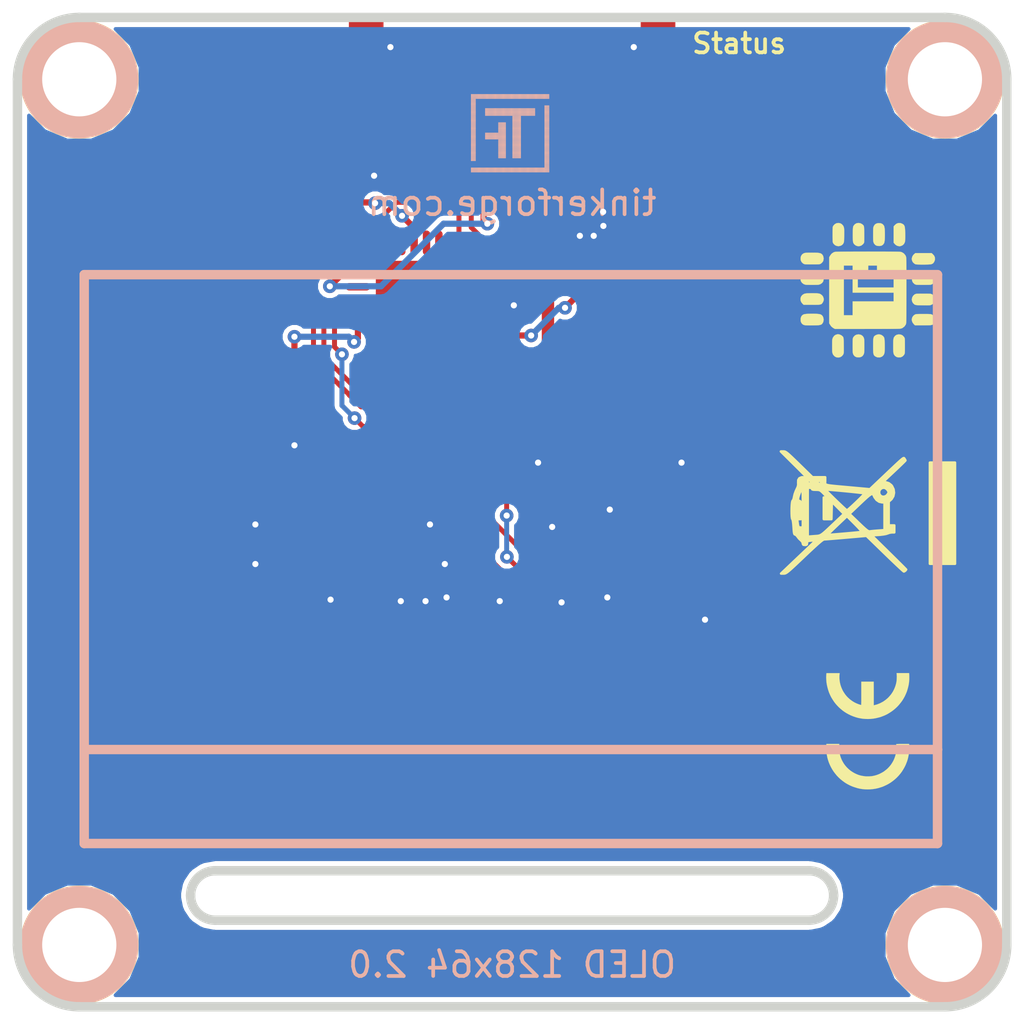
<source format=kicad_pcb>
(kicad_pcb (version 4) (host pcbnew 4.0.2+dfsg1-stable)
  (title_block (title "OLED 128x64") (date 2018-02-21) (rev 2.0) (company "Tinkerforfge GmbH") (comment 1 "Licensed under CERN OHL v.1.1") (comment 2 "Copyright (©) 2018, L.Lauer <lukas@tinkerforge.com>"))
  (layers (0 F.Cu signal) (31 B.Cu signal) (34 B.Paste user) (35 F.Paste user) (36 B.SilkS user) (37 F.SilkS user) (38 B.Mask user) (39 F.Mask user) (44 Edge.Cuts user))
  (net 0 "")
  (net 1 GND)
  (net 2 "Net-(P1-Pad4)")
  (net 3 "Net-(P1-Pad5)")
  (net 4 "Net-(P1-Pad6)")
  (net 5 "Net-(C7-Pad2)")
  (net 6 "Net-(C10-Pad2)")
  (net 7 "Net-(R1-Pad1)")
  (net 8 "Net-(C8-Pad1)")
  (net 9 "Net-(C8-Pad2)")
  (net 10 "Net-(C11-Pad2)")
  (net 11 "Net-(C10-Pad1)")
  (net 12 "Net-(RP1-Pad5)")
  (net 13 "Net-(RP1-Pad6)")
  (net 14 "Net-(RP1-Pad7)")
  (net 15 "Net-(RP1-Pad8)")
  (net 16 "Net-(P1-Pad1)")
  (net 17 "Net-(U3-Pad7)")
  (net 18 "Net-(U3-Pad20)")
  (net 19 "Net-(C1-Pad1)")
  (net 20 VCC)
  (net 21 "Net-(D1-Pad2)")
  (net 22 "Net-(P2-Pad1)")
  (net 23 "Net-(P3-Pad2)")
  (net 24 "Net-(R2-Pad1)")
  (net 25 M-CS)
  (net 26 DC)
  (net 27 M-CLK)
  (net 28 M-MOSI)
  (net 29 S-MISO)
  (net 30 S-MOSI)
  (net 31 S-CLK)
  (net 32 S-CS)
  (net 33 "Net-(U1-Pad3)")
  (net 34 "Net-(U1-Pad5)")
  (net 35 "Net-(U1-Pad6)")
  (net 36 "Net-(U1-Pad8)")
  (net 37 "Net-(U1-Pad13)")
  (net 38 "Net-(U1-Pad14)")
  (net 39 "Net-(U1-Pad16)")
  (net 40 "Net-(U1-Pad17)")
  (net 41 "Net-(U1-Pad21)")
  (net 42 OLED_RESET)
  (net 43 "Net-(U1-Pad4)")
  (module kicad-libraries:DRILL_NP (layer F.Cu) (at 136.6 124.1)
    (fp_text reference U4 hide)
    (fp_text value DRILL hide)
    (pad "" np_thru_hole circle (at 0 0) (size 2.99974 2.99974) (drill 2.99974) (layers *.Cu *.Mask F.SilkS) (clearance 0.89916))
  )
  (module kicad-libraries:DRILL_NP (layer F.Cu) (at 171.6 124.1)
    (fp_text reference U5 hide)
    (fp_text value DRILL hide)
    (pad "" np_thru_hole circle (at 0 0) (size 2.99974 2.99974) (drill 2.99974) (layers *.Cu *.Mask F.SilkS) (clearance 0.89916))
  )
  (module kicad-libraries:DRILL_NP (layer F.Cu) (at 171.6 159.1)
    (fp_text reference U6 hide)
    (fp_text value DRILL hide)
    (pad "" np_thru_hole circle (at 0 0) (size 2.99974 2.99974) (drill 2.99974) (layers *.Cu *.Mask F.SilkS) (clearance 0.89916))
  )
  (module kicad-libraries:Fiducial_Mark (layer F.Cu) (at 167.1 123.1)
    (fp_text reference Fiducial_Mark hide)
    (fp_text value VAL** hide)
    (pad 1 smd circle (at 0 0) (size 1.00076 1.00076) (layers F.Cu F.Mask) (clearance 0.65024))
  )
  (module kicad-libraries:Fiducial_Mark (layer F.Cu) (at 141.1 123.1)
    (fp_text reference Fiducial_Mark hide)
    (fp_text value VAL** hide)
    (pad 1 smd circle (at 0 0) (size 1.00076 1.00076) (layers F.Cu F.Mask) (clearance 0.65024))
  )
  (module kicad-libraries:Fiducial_Mark (layer F.Cu) (at 169.6 154.6)
    (fp_text reference Fiducial_Mark hide)
    (fp_text value VAL** hide)
    (pad 1 smd circle (at 0 0) (size 1.00076 1.00076) (layers F.Cu F.Mask) (clearance 0.65024))
  )
  (module kicad-libraries:DRILL_NP (layer F.Cu) (at 136.6 159.1)
    (fp_text reference U7 hide)
    (fp_text value DRILL hide)
    (pad "" np_thru_hole circle (at 0 0) (size 2.99974 2.99974) (drill 2.99974) (layers *.Cu *.Mask F.SilkS) (clearance 0.89916))
  )
  (module kicad-libraries:Logo_31x31 (layer B.Cu) (at 155.6 124.7 180)
    (fp_text reference G*** hide)
    (fp_text value LOGO hide)
  )
  (module kicad-libraries:C0805 (layer F.Cu) (at 156.15 140.5)
    (fp_text reference C3)
    (fp_text value 4.7µF/25V)
    (pad 1 smd rect (at -1.00076 0) (size 1.00076 1.24968) (layers F.Cu F.Paste F.Mask) (net 1 GND) (clearance 0.14986))
    (pad 2 smd rect (at 1.00076 0) (size 1.00076 1.24968) (layers F.Cu F.Paste F.Mask) (net 20 VCC) (clearance 0.14986))
  )
  (module kicad-libraries:C0603E (layer F.Cu) (at 156.5 143.05 270)
    (fp_text reference C4)
    (fp_text value 100nF)
    (pad 1 smd rect (at -0.8501 0 270) (size 1.1 1) (layers F.Cu F.Paste F.Mask) (net 1 GND))
    (pad 2 smd rect (at 0.8501 0 270) (size 1.1 1) (layers F.Cu F.Paste F.Mask) (net 20 VCC))
  )
  (module kicad-libraries:C0805 (layer F.Cu) (at 159.95 140.5 180)
    (fp_text reference C5)
    (fp_text value 4.7µF/25V)
    (pad 1 smd rect (at -1.00076 0 180) (size 1.00076 1.24968) (layers F.Cu F.Paste F.Mask) (net 1 GND) (clearance 0.14986))
    (pad 2 smd rect (at 1.00076 0 180) (size 1.00076 1.24968) (layers F.Cu F.Paste F.Mask) (net 20 VCC) (clearance 0.14986))
  )
  (module kicad-libraries:C0603E (layer F.Cu) (at 158.25 143.05 270)
    (fp_text reference C6)
    (fp_text value 100nF)
    (pad 1 smd rect (at -0.8501 0 270) (size 1.1 1) (layers F.Cu F.Paste F.Mask) (net 1 GND))
    (pad 2 smd rect (at 0.8501 0 270) (size 1.1 1) (layers F.Cu F.Paste F.Mask) (net 20 VCC))
  )
  (module kicad-libraries:C0805 (layer F.Cu) (at 149 142.1 180)
    (fp_text reference C7)
    (fp_text value 4.7µF/25V)
    (pad 1 smd rect (at -1.00076 0 180) (size 1.00076 1.24968) (layers F.Cu F.Paste F.Mask) (net 1 GND) (clearance 0.14986))
    (pad 2 smd rect (at 1.00076 0 180) (size 1.00076 1.24968) (layers F.Cu F.Paste F.Mask) (net 5 "Net-(C7-Pad2)") (clearance 0.14986))
  )
  (module kicad-libraries:C0603E (layer F.Cu) (at 160.3 143.05 270)
    (fp_text reference C8)
    (fp_text value 1µF)
    (pad 1 smd rect (at -0.8501 0 270) (size 1.1 1) (layers F.Cu F.Paste F.Mask) (net 8 "Net-(C8-Pad1)"))
    (pad 2 smd rect (at 0.8501 0 270) (size 1.1 1) (layers F.Cu F.Paste F.Mask) (net 9 "Net-(C8-Pad2)"))
  )
  (module kicad-libraries:C0805 (layer F.Cu) (at 145.5 142.1)
    (fp_text reference C9)
    (fp_text value 10µF)
    (pad 1 smd rect (at -1.00076 0) (size 1.00076 1.24968) (layers F.Cu F.Paste F.Mask) (net 1 GND) (clearance 0.14986))
    (pad 2 smd rect (at 1.00076 0) (size 1.00076 1.24968) (layers F.Cu F.Paste F.Mask) (net 10 "Net-(C11-Pad2)") (clearance 0.14986))
  )
  (module kicad-libraries:C0603E (layer F.Cu) (at 161.8 143.05 90)
    (fp_text reference C10)
    (fp_text value 1µF)
    (pad 1 smd rect (at -0.8501 0 90) (size 1.1 1) (layers F.Cu F.Paste F.Mask) (net 11 "Net-(C10-Pad1)"))
    (pad 2 smd rect (at 0.8501 0 90) (size 1.1 1) (layers F.Cu F.Paste F.Mask) (net 6 "Net-(C10-Pad2)"))
  )
  (module kicad-libraries:C0603E (layer F.Cu) (at 145.4 143.7)
    (fp_text reference C11)
    (fp_text value 100nF)
    (pad 1 smd rect (at -0.8501 0) (size 1.1 1) (layers F.Cu F.Paste F.Mask) (net 1 GND))
    (pad 2 smd rect (at 0.8501 0) (size 1.1 1) (layers F.Cu F.Paste F.Mask) (net 10 "Net-(C11-Pad2)"))
  )
  (module kicad-libraries:R0603E (layer F.Cu) (at 149.7 143.7)
    (fp_text reference R1)
    (fp_text value 390k)
    (pad 1 smd rect (at -0.8501 0) (size 1.1 1) (layers F.Cu F.Paste F.Mask) (net 7 "Net-(R1-Pad1)"))
    (pad 2 smd rect (at 0.8501 0) (size 1.1 1) (layers F.Cu F.Paste F.Mask) (net 1 GND))
  )
  (module kicad-libraries:0603X4 (layer F.Cu) (at 149.77 137.74 90)
    (fp_text reference RP1)
    (fp_text value 2k2)
    (pad 1 smd rect (at 1.19888 -0.8509 90) (size 0.44958 0.89916) (layers F.Cu F.Paste F.Mask) (net 25 M-CS))
    (pad 2 smd rect (at 0.39878 -0.8509 90) (size 0.44958 0.89916) (layers F.Cu F.Paste F.Mask) (net 26 DC))
    (pad 3 smd rect (at -0.39878 -0.8509 90) (size 0.44958 0.89916) (layers F.Cu F.Paste F.Mask) (net 27 M-CLK))
    (pad 4 smd rect (at -1.19888 -0.8509 90) (size 0.44958 0.89916) (layers F.Cu F.Paste F.Mask) (net 28 M-MOSI))
    (pad 5 smd rect (at -1.19888 0.8509 90) (size 0.44958 0.89916) (layers F.Cu F.Paste F.Mask) (net 12 "Net-(RP1-Pad5)"))
    (pad 6 smd rect (at -0.39878 0.8509 90) (size 0.44958 0.89916) (layers F.Cu F.Paste F.Mask) (net 13 "Net-(RP1-Pad6)"))
    (pad 7 smd rect (at 0.39878 0.8509 90) (size 0.44958 0.89916) (layers F.Cu F.Paste F.Mask) (net 14 "Net-(RP1-Pad7)"))
    (pad 8 smd rect (at 1.19888 0.8509 90) (size 0.44958 0.89916) (layers F.Cu F.Paste F.Mask) (net 15 "Net-(RP1-Pad8)"))
  )
  (module kicad-libraries:CE_5mm (layer F.Cu) (at 168.48 150.42 90)
    (fp_text reference VAL hide)
    (fp_text value CE_5mm hide)
  )
  (module kicad-libraries:WEEE_7mm (layer F.Cu) (at 168.48 141.63 90)
    (fp_text reference G*** hide)
    (fp_text value LOGO hide)
  )
  (module kicad-libraries:ER-CON30HT-1 (layer F.Cu) (at 154.1 146.6)
    (fp_text reference U3)
    (fp_text value OLED013)
    (pad 1 smd rect (at 7.25 -0.2) (size 0.3 1.6) (layers F.Cu F.Paste F.Mask) (net 1 GND))
    (pad 2 smd rect (at 6.75 -0.2) (size 0.3 1.6) (layers F.Cu F.Paste F.Mask) (net 6 "Net-(C10-Pad2)"))
    (pad 3 smd rect (at 6.25 -0.2) (size 0.3 1.6) (layers F.Cu F.Paste F.Mask) (net 11 "Net-(C10-Pad1)"))
    (pad 4 smd rect (at 5.75 -0.2) (size 0.3 1.6) (layers F.Cu F.Paste F.Mask) (net 9 "Net-(C8-Pad2)"))
    (pad 5 smd rect (at 5.25 -0.2) (size 0.3 1.6) (layers F.Cu F.Paste F.Mask) (net 8 "Net-(C8-Pad1)"))
    (pad 6 smd rect (at 4.75 -0.2) (size 0.3 1.6) (layers F.Cu F.Paste F.Mask) (net 20 VCC))
    (pad 7 smd rect (at 4.25 -0.2) (size 0.3 1.6) (layers F.Cu F.Paste F.Mask) (net 17 "Net-(U3-Pad7)"))
    (pad 8 smd rect (at 3.75 -0.2) (size 0.3 1.6) (layers F.Cu F.Paste F.Mask) (net 1 GND))
    (pad 9 smd rect (at 3.25 -0.2) (size 0.3 1.6) (layers F.Cu F.Paste F.Mask) (net 20 VCC))
    (pad 10 smd rect (at 2.75 -0.2) (size 0.3 1.6) (layers F.Cu F.Paste F.Mask) (net 1 GND))
    (pad 11 smd rect (at 2.25 -0.2) (size 0.3 1.6) (layers F.Cu F.Paste F.Mask) (net 1 GND))
    (pad 12 smd rect (at 1.75 -0.2) (size 0.3 1.6) (layers F.Cu F.Paste F.Mask) (net 1 GND))
    (pad 13 smd rect (at 1.25 -0.2) (size 0.3 1.6) (layers F.Cu F.Paste F.Mask) (net 15 "Net-(RP1-Pad8)"))
    (pad 14 smd rect (at 0.75 -0.2) (size 0.3 1.6) (layers F.Cu F.Paste F.Mask) (net 42 OLED_RESET))
    (pad 15 smd rect (at 0.25 -0.2) (size 0.3 1.6) (layers F.Cu F.Paste F.Mask) (net 14 "Net-(RP1-Pad7)"))
    (pad 16 smd rect (at -0.25 -0.2) (size 0.3 1.6) (layers F.Cu F.Paste F.Mask) (net 1 GND))
    (pad 17 smd rect (at -0.75 -0.2) (size 0.3 1.6) (layers F.Cu F.Paste F.Mask) (net 1 GND))
    (pad 18 smd rect (at -1.25 -0.2) (size 0.3 1.6) (layers F.Cu F.Paste F.Mask) (net 13 "Net-(RP1-Pad6)"))
    (pad 19 smd rect (at -1.75 -0.2) (size 0.3 1.6) (layers F.Cu F.Paste F.Mask) (net 12 "Net-(RP1-Pad5)"))
    (pad 20 smd rect (at -2.25 -0.2) (size 0.3 1.6) (layers F.Cu F.Paste F.Mask) (net 18 "Net-(U3-Pad20)"))
    (pad 21 smd rect (at -2.75 -0.2) (size 0.3 1.6) (layers F.Cu F.Paste F.Mask) (net 1 GND))
    (pad 22 smd rect (at -3.25 -0.2) (size 0.3 1.6) (layers F.Cu F.Paste F.Mask) (net 1 GND))
    (pad 23 smd rect (at -3.75 -0.2) (size 0.3 1.6) (layers F.Cu F.Paste F.Mask) (net 1 GND))
    (pad 24 smd rect (at -4.24 -0.2) (size 0.3 1.6) (layers F.Cu F.Paste F.Mask) (net 1 GND))
    (pad 25 smd rect (at -4.75 -0.2) (size 0.3 1.6) (layers F.Cu F.Paste F.Mask) (net 1 GND))
    (pad 26 smd rect (at -5.25 -0.2) (size 0.3 1.6) (layers F.Cu F.Paste F.Mask) (net 7 "Net-(R1-Pad1)"))
    (pad 27 smd rect (at -5.75 -0.2) (size 0.3 1.6) (layers F.Cu F.Paste F.Mask) (net 5 "Net-(C7-Pad2)"))
    (pad 28 smd rect (at -6.25 -0.2) (size 0.3 1.6) (layers F.Cu F.Paste F.Mask) (net 10 "Net-(C11-Pad2)"))
    (pad 29 smd rect (at -6.75 -0.2) (size 0.3 1.6) (layers F.Cu F.Paste F.Mask) (net 1 GND))
    (pad 30 smd rect (at -7.25 -0.2) (size 0.3 1.6) (layers F.Cu F.Paste F.Mask) (net 1 GND))
    (pad "" smd rect (at -8.79 2.325) (size 2 3) (layers F.Cu F.Paste F.Mask))
    (pad "" smd rect (at 8.79 2.325) (size 2 3) (layers F.Cu F.Paste F.Mask))
  )
  (module kicad-libraries:C0402E (layer F.Cu) (at 149.8 128 180)
    (fp_text reference C1)
    (fp_text value 220pF)
    (pad 1 smd rect (at -0.65 0 180) (size 0.7 0.9) (layers F.Cu F.Paste F.Mask) (net 19 "Net-(C1-Pad1)"))
    (pad 2 smd rect (at 0.65 0 180) (size 0.7 0.9) (layers F.Cu F.Paste F.Mask) (net 1 GND))
  )
  (module kicad-libraries:C0805 (layer F.Cu) (at 156.2 128.2)
    (fp_text reference C12)
    (fp_text value 10uF)
    (pad 1 smd rect (at -1.00076 0) (size 1.00076 1.24968) (layers F.Cu F.Paste F.Mask) (net 20 VCC) (clearance 0.14986))
    (pad 2 smd rect (at 1.00076 0) (size 1.00076 1.24968) (layers F.Cu F.Paste F.Mask) (net 1 GND) (clearance 0.14986))
  )
  (module kicad-libraries:C0603F (layer F.Cu) (at 156.3 129.7)
    (fp_text reference C13)
    (fp_text value 1uF)
    (pad 1 smd rect (at -0.75 0) (size 0.9 0.9) (layers F.Cu F.Paste F.Mask) (net 20 VCC))
    (pad 2 smd rect (at 0.75 0) (size 0.9 0.9) (layers F.Cu F.Paste F.Mask) (net 1 GND))
  )
  (module kicad-libraries:C0603F (layer F.Cu) (at 153.44 132.49 270)
    (fp_text reference C14)
    (fp_text value 100nF)
    (pad 1 smd rect (at -0.75 0 270) (size 0.9 0.9) (layers F.Cu F.Paste F.Mask) (net 20 VCC))
    (pad 2 smd rect (at 0.75 0 270) (size 0.9 0.9) (layers F.Cu F.Paste F.Mask) (net 1 GND))
  )
  (module kicad-libraries:D0603F (layer F.Cu) (at 163.18 123.99)
    (fp_text reference D1)
    (fp_text value blue)
    (pad 1 smd rect (at -0.75 0) (size 0.9 0.9) (layers F.Cu F.Paste F.Mask) (net 20 VCC))
    (pad 2 smd rect (at 0.75 0) (size 0.9 0.9) (layers F.Cu F.Paste F.Mask) (net 21 "Net-(D1-Pad2)"))
  )
  (module kicad-libraries:CON-SENSOR2 (layer F.Cu) (at 154.1 121.6 180)
    (fp_text reference P1)
    (fp_text value CON-SENSOR2)
    (pad 1 smd rect (at -3.75 -4.6 180) (size 0.6 1.8) (layers F.Cu F.Paste F.Mask) (net 16 "Net-(P1-Pad1)"))
    (pad 2 smd rect (at -2.5 -4.6 180) (size 0.6 1.8) (layers F.Cu F.Paste F.Mask) (net 1 GND))
    (pad EP smd rect (at -5.9 -1.2 180) (size 1.4 2.4) (layers F.Cu F.Paste F.Mask) (net 1 GND))
    (pad EP smd rect (at 5.9 -1.2 180) (size 1.4 2.4) (layers F.Cu F.Paste F.Mask) (net 1 GND))
    (pad 3 smd rect (at -1.25 -4.6 180) (size 0.6 1.8) (layers F.Cu F.Paste F.Mask) (net 20 VCC))
    (pad 4 smd rect (at 0 -4.6 180) (size 0.6 1.8) (layers F.Cu F.Paste F.Mask) (net 2 "Net-(P1-Pad4)"))
    (pad 5 smd rect (at 1.25 -4.6 180) (size 0.6 1.8) (layers F.Cu F.Paste F.Mask) (net 3 "Net-(P1-Pad5)"))
    (pad 6 smd rect (at 2.5 -4.6 180) (size 0.6 1.8) (layers F.Cu F.Paste F.Mask) (net 4 "Net-(P1-Pad6)"))
    (pad 7 smd rect (at 3.75 -4.6 180) (size 0.6 1.8) (layers F.Cu F.Paste F.Mask) (net 19 "Net-(C1-Pad1)"))
  )
  (module kicad-libraries:DEBUG_PAD (layer F.Cu) (at 144.43 129.07)
    (fp_text reference P2)
    (fp_text value DEBUG)
    (pad 1 smd circle (at 0 0) (size 0.7 0.7) (layers F.Cu F.Paste F.Mask) (net 22 "Net-(P2-Pad1)"))
  )
  (module kicad-libraries:SolderJumper (layer F.Cu) (at 145.3 137.91 90)
    (fp_text reference P3)
    (fp_text value BOOT)
    (pad 2 smd rect (at 0.55 0 90) (size 0.3 1.4) (layers F.Cu F.Mask) (net 23 "Net-(P3-Pad2)"))
    (pad 2 smd rect (at 0.15 0 90) (size 0.6 0.5) (layers F.Cu F.Mask) (net 23 "Net-(P3-Pad2)"))
    (pad 1 smd rect (at -0.5 0 90) (size 0.4 1.4) (layers F.Cu F.Mask) (net 1 GND))
    (pad 1 smd rect (at -0.225 0.55 90) (size 0.95 0.3) (layers F.Cu F.Mask) (net 1 GND))
    (pad 1 smd rect (at -0.225 -0.55 90) (size 0.95 0.3) (layers F.Cu F.Mask) (net 1 GND))
  )
  (module kicad-libraries:R0603F (layer F.Cu) (at 163.18 125.33)
    (fp_text reference R2)
    (fp_text value 1k)
    (pad 1 smd rect (at -0.75 0) (size 0.9 0.9) (layers F.Cu F.Paste F.Mask) (net 24 "Net-(R2-Pad1)"))
    (pad 2 smd rect (at 0.75 0) (size 0.9 0.9) (layers F.Cu F.Paste F.Mask) (net 21 "Net-(D1-Pad2)"))
  )
  (module kicad-libraries:4X0402 (layer F.Cu) (at 152.2 128.5 180)
    (fp_text reference RP2)
    (fp_text value 82)
    (pad 1 smd rect (at -0.7493 0.575) (size 0.29972 0.65) (layers F.Cu F.Paste F.Mask) (net 2 "Net-(P1-Pad4)"))
    (pad 2 smd rect (at -0.24892 0.575) (size 0.29972 0.65) (layers F.Cu F.Paste F.Mask) (net 3 "Net-(P1-Pad5)"))
    (pad 3 smd rect (at 0.24892 0.575) (size 0.29972 0.65) (layers F.Cu F.Paste F.Mask) (net 4 "Net-(P1-Pad6)"))
    (pad 4 smd rect (at 0.7493 0.575) (size 0.29972 0.65) (layers F.Cu F.Paste F.Mask) (net 19 "Net-(C1-Pad1)"))
    (pad 5 smd rect (at 0.7493 -0.575 180) (size 0.29972 0.65) (layers F.Cu F.Paste F.Mask) (net 29 S-MISO))
    (pad 6 smd rect (at 0.24892 -0.575 180) (size 0.29972 0.65) (layers F.Cu F.Paste F.Mask) (net 30 S-MOSI))
    (pad 7 smd rect (at -0.24892 -0.575 180) (size 0.29972 0.65) (layers F.Cu F.Paste F.Mask) (net 31 S-CLK))
    (pad 8 smd rect (at -0.7493 -0.575 180) (size 0.29972 0.65) (layers F.Cu F.Paste F.Mask) (net 32 S-CS))
  )
  (module kicad-libraries:QFN24-4x4mm-0.5mm (layer F.Cu) (at 149.89 132.74 90)
    (fp_text reference U1)
    (fp_text value XMC130024)
    (pad 1 smd oval (at -2.025 -1.25 90) (size 1 0.3) (layers F.Cu F.Paste F.Mask) (net 28 M-MOSI))
    (pad 2 smd oval (at -2.025 -0.75 90) (size 1 0.3) (layers F.Cu F.Paste F.Mask) (net 42 OLED_RESET))
    (pad 3 smd oval (at -2.025 -0.25 90) (size 1 0.3) (layers F.Cu F.Paste F.Mask) (net 33 "Net-(U1-Pad3)"))
    (pad 4 smd oval (at -2.025 0.25 90) (size 1 0.3) (layers F.Cu F.Paste F.Mask) (net 43 "Net-(U1-Pad4)"))
    (pad 5 smd oval (at -2.025 0.75 90) (size 1 0.3) (layers F.Cu F.Paste F.Mask) (net 34 "Net-(U1-Pad5)"))
    (pad 6 smd oval (at -2.025 1.25 90) (size 1 0.3) (layers F.Cu F.Paste F.Mask) (net 35 "Net-(U1-Pad6)"))
    (pad 7 smd oval (at -1.25 2.025 180) (size 1 0.3) (layers F.Cu F.Paste F.Mask) (net 24 "Net-(R2-Pad1)"))
    (pad 8 smd oval (at -0.75 2.025 180) (size 1 0.3) (layers F.Cu F.Paste F.Mask) (net 36 "Net-(U1-Pad8)"))
    (pad 9 smd oval (at -0.25 2.025 180) (size 1 0.3) (layers F.Cu F.Paste F.Mask) (net 1 GND))
    (pad 10 smd oval (at 0.25 2.025 180) (size 1 0.3) (layers F.Cu F.Paste F.Mask) (net 20 VCC))
    (pad 11 smd oval (at 0.75 2.025 180) (size 1 0.3) (layers F.Cu F.Paste F.Mask) (net 31 S-CLK))
    (pad 12 smd oval (at 1.25 2.025 180) (size 1 0.3) (layers F.Cu F.Paste F.Mask) (net 30 S-MOSI))
    (pad 13 smd oval (at 2.025 1.25 90) (size 1 0.3) (layers F.Cu F.Paste F.Mask) (net 37 "Net-(U1-Pad13)"))
    (pad 14 smd oval (at 2.025 0.75 90) (size 1 0.3) (layers F.Cu F.Paste F.Mask) (net 38 "Net-(U1-Pad14)"))
    (pad 15 smd oval (at 2.025 0.25 90) (size 1 0.3) (layers F.Cu F.Paste F.Mask) (net 22 "Net-(P2-Pad1)"))
    (pad 16 smd oval (at 2.025 -0.25 90) (size 1 0.3) (layers F.Cu F.Paste F.Mask) (net 39 "Net-(U1-Pad16)"))
    (pad 17 smd oval (at 2.025 -0.75 90) (size 1 0.3) (layers F.Cu F.Paste F.Mask) (net 40 "Net-(U1-Pad17)"))
    (pad 18 smd oval (at 2.025 -1.25 90) (size 1 0.3) (layers F.Cu F.Paste F.Mask) (net 29 S-MISO))
    (pad 19 smd oval (at 1.25 -2.025 180) (size 1 0.3) (layers F.Cu F.Paste F.Mask) (net 26 DC))
    (pad 20 smd oval (at 0.75 -2.025 180) (size 1 0.3) (layers F.Cu F.Paste F.Mask) (net 32 S-CS))
    (pad 21 smd oval (at 0.25 -2.025 180) (size 1 0.3) (layers F.Cu F.Paste F.Mask) (net 41 "Net-(U1-Pad21)"))
    (pad 22 smd oval (at -0.25 -2.025 180) (size 1 0.3) (layers F.Cu F.Paste F.Mask) (net 25 M-CS))
    (pad 23 smd oval (at -0.75 -2.025 180) (size 1 0.3) (layers F.Cu F.Paste F.Mask) (net 27 M-CLK))
    (pad 24 smd oval (at -1.25 -2.025 180) (size 1 0.3) (layers F.Cu F.Paste F.Mask) (net 23 "Net-(P3-Pad2)"))
    (pad EXP smd rect (at 0.65 0.65 90) (size 1.3 1.3) (layers F.Cu F.Paste F.Mask) (net 1 GND))
    (pad EXP smd rect (at 0.65 -0.65 90) (size 1.3 1.3) (layers F.Cu F.Paste F.Mask) (net 1 GND))
    (pad EXP smd rect (at -0.65 0.65 90) (size 1.3 1.3) (layers F.Cu F.Paste F.Mask) (net 1 GND))
    (pad EXP smd rect (at -0.65 -0.65 90) (size 1.3 1.3) (layers F.Cu F.Paste F.Mask) (net 1 GND))
  )
  (module kicad-libraries:Logo_CoMCU (layer F.Cu) (at 168.48 132.63 90)
    (fp_text reference G*** hide)
    (fp_text value LOGO hide)
  )
  (gr_text Status (at 163.28 122.65) (layer F.SilkS) (effects (font (size 0.8 0.8))))
  (gr_arc (start 142.1 157.1) (end 142.1 158.1) (angle 90) (layer Edge.Cuts) (width 0.381))
  (gr_arc (start 142.1 157.1) (end 141.1 157.1) (angle 90) (layer Edge.Cuts) (width 0.381))
  (gr_arc (start 166.1 157.1) (end 166.1 156.1) (angle 90) (layer Edge.Cuts) (width 0.381))
  (gr_arc (start 166.1 157.1) (end 167.1 157.1) (angle 90) (layer Edge.Cuts) (width 0.381))
  (gr_line (start 166.1 158.1) (end 142.1 158.1) (angle 90) (layer Edge.Cuts) (width 0.381))
  (gr_line (start 142.1 156.1) (end 166.1 156.1) (angle 90) (layer Edge.Cuts) (width 0.381))
  (gr_line (start 171.3 155) (end 171.3 151.2) (angle 90) (layer B.SilkS) (width 0.381))
  (gr_line (start 136.8 155) (end 171.3 155) (angle 90) (layer B.SilkS) (width 0.381))
  (gr_line (start 136.8 151.2) (end 136.8 155) (angle 90) (layer B.SilkS) (width 0.381))
  (gr_line (start 171.6 121.6) (end 136.6 121.6) (angle 90) (layer Edge.Cuts) (width 0.381))
  (gr_line (start 174.1 159.1) (end 174.1 124.1) (angle 90) (layer Edge.Cuts) (width 0.381))
  (gr_line (start 136.6 161.6) (end 171.6 161.6) (angle 90) (layer Edge.Cuts) (width 0.381))
  (gr_line (start 134.1 124.1) (end 134.1 159.1) (angle 90) (layer Edge.Cuts) (width 0.381))
  (gr_line (start 136.8 151.2) (end 136.8 132) (angle 90) (layer B.SilkS) (width 0.381))
  (gr_line (start 171.3 151.2) (end 136.8 151.2) (angle 90) (layer B.SilkS) (width 0.381))
  (gr_line (start 171.3 132) (end 171.3 151.2) (angle 90) (layer B.SilkS) (width 0.381))
  (gr_line (start 136.8 132) (end 171.3 132) (angle 90) (layer B.SilkS) (width 0.381))
  (gr_text "OLED 128x64 2.0" (at 154.1 159.9) (layer B.SilkS) (effects (font (size 1 1)) (justify mirror)))
  (gr_text tinkerforge.com (at 154.1 129.1) (layer B.SilkS) (effects (font (size 1 1)) (justify mirror)))
  (gr_arc (start 171.6 124.1) (end 171.6 121.6) (angle 90) (layer Edge.Cuts) (width 0.381))
  (gr_arc (start 136.6 124.1) (end 134.1 124.1) (angle 90) (layer Edge.Cuts) (width 0.381))
  (gr_arc (start 136.6 159.1) (end 136.6 161.6) (angle 90) (layer Edge.Cuts) (width 0.381))
  (gr_arc (start 171.6 159.1) (end 174.1 159.1) (angle 90) (layer Edge.Cuts) (width 0.381))
  (segment (start 145.3 138.41) (end 145.3 138.9) (width 0.2) (layer F.Cu) (net 1))
  (via (at 145.3 138.9) (size 0.55) (drill 0.25) (layers F.Cu B.Cu) (net 1))
  (segment (start 144.75 138.135) (end 144.75 138.35) (width 0.2) (layer F.Cu) (net 1))
  (segment (start 144.75 138.35) (end 144.81 138.41) (width 0.2) (layer F.Cu) (net 1))
  (segment (start 144.81 138.41) (end 145.75 138.41) (width 0.2) (layer F.Cu) (net 1))
  (segment (start 145.75 138.41) (end 145.87 138.29) (width 0.2) (layer F.Cu) (net 1))
  (segment (start 145.87 138.29) (end 145.87 138.1) (width 0.2) (layer F.Cu) (net 1))
  (segment (start 145.87 138.1) (end 145.85 138.135) (width 0.2) (layer F.Cu) (net 1))
  (segment (start 149.15 128) (end 148.52 128) (width 0.55) (layer F.Cu) (net 1))
  (via (at 148.52 128) (size 0.55) (drill 0.25) (layers F.Cu B.Cu) (net 1))
  (segment (start 156.5 142.1999) (end 155.7201 142.1999) (width 0.55) (layer F.Cu) (net 1))
  (via (at 155.72 142.2) (size 0.55) (drill 0.25) (layers F.Cu B.Cu) (net 1))
  (segment (start 155.7201 142.1999) (end 155.72 142.2) (width 0.55) (layer F.Cu) (net 1))
  (segment (start 146.85 145.44) (end 146.85 145.23) (width 0.25) (layer F.Cu) (net 1))
  (via (at 146.76 145.14) (size 0.55) (drill 0.25) (layers F.Cu B.Cu) (net 1))
  (segment (start 146.85 145.23) (end 146.76 145.14) (width 0.25) (layer F.Cu) (net 1))
  (segment (start 147.35 146.4) (end 147.35 145.515688) (width 0.25) (layer F.Cu) (net 1))
  (segment (start 146.85 145.44) (end 146.85 146.4) (width 0.25) (layer F.Cu) (net 1))
  (segment (start 146.99 145.3) (end 146.85 145.44) (width 0.25) (layer F.Cu) (net 1))
  (segment (start 147.134312 145.3) (end 146.99 145.3) (width 0.25) (layer F.Cu) (net 1))
  (segment (start 147.35 145.515688) (end 147.134312 145.3) (width 0.25) (layer F.Cu) (net 1))
  (segment (start 144.5499 143.7) (end 143.72 143.7) (width 0.55) (layer F.Cu) (net 1))
  (via (at 143.72 143.7) (size 0.55) (drill 0.25) (layers F.Cu B.Cu) (net 1))
  (segment (start 144.49924 142.1) (end 143.72 142.1) (width 0.55) (layer F.Cu) (net 1))
  (via (at 143.72 142.1) (size 0.55) (drill 0.25) (layers F.Cu B.Cu) (net 1))
  (segment (start 150.00076 142.1) (end 150.78 142.1) (width 0.55) (layer F.Cu) (net 1))
  (via (at 150.78 142.1) (size 0.55) (drill 0.25) (layers F.Cu B.Cu) (net 1))
  (segment (start 150.5501 143.7) (end 151.38 143.7) (width 0.55) (layer F.Cu) (net 1))
  (via (at 151.38 143.7) (size 0.55) (drill 0.25) (layers F.Cu B.Cu) (net 1))
  (segment (start 160.95076 140.5) (end 160.95076 139.60076) (width 0.55) (layer F.Cu) (net 1))
  (via (at 160.95 139.6) (size 0.55) (drill 0.25) (layers F.Cu B.Cu) (net 1))
  (segment (start 160.95076 139.60076) (end 160.95 139.6) (width 0.55) (layer F.Cu) (net 1))
  (segment (start 155.14924 140.5) (end 155.14924 139.60076) (width 0.55) (layer F.Cu) (net 1))
  (via (at 155.15 139.6) (size 0.55) (drill 0.25) (layers F.Cu B.Cu) (net 1))
  (segment (start 155.14924 139.60076) (end 155.15 139.6) (width 0.55) (layer F.Cu) (net 1))
  (segment (start 153.44 133.24) (end 154.17 133.24) (width 0.55) (layer F.Cu) (net 1))
  (via (at 154.17 133.24) (size 0.55) (drill 0.25) (layers F.Cu B.Cu) (net 1))
  (segment (start 160 122.8) (end 159.02 122.8) (width 0.55) (layer F.Cu) (net 1))
  (via (at 159.02 122.8) (size 0.55) (drill 0.25) (layers F.Cu B.Cu) (net 1))
  (segment (start 148.2 122.8) (end 149.18 122.8) (width 0.55) (layer F.Cu) (net 1))
  (via (at 149.18 122.8) (size 0.55) (drill 0.25) (layers F.Cu B.Cu) (net 1))
  (via (at 149.6 145.2) (size 0.55) (drill 0.25) (layers F.Cu B.Cu) (net 1))
  (segment (start 150.54 132.09) (end 149.24 132.09) (width 0.2) (layer F.Cu) (net 1))
  (segment (start 150.54 133.39) (end 149.24 133.39) (width 0.2) (layer F.Cu) (net 1))
  (segment (start 149.24 133.39) (end 149.24 132.09) (width 0.2) (layer F.Cu) (net 1))
  (segment (start 151.915 132.99) (end 150.94 132.99) (width 0.2) (layer F.Cu) (net 1))
  (segment (start 150.94 132.99) (end 150.54 133.39) (width 0.2) (layer F.Cu) (net 1))
  (segment (start 151.915 132.99) (end 152.61 132.99) (width 0.2) (layer F.Cu) (net 1))
  (segment (start 152.86 133.24) (end 153.44 133.24) (width 0.2) (layer F.Cu) (net 1))
  (segment (start 152.61 132.99) (end 152.86 133.24) (width 0.2) (layer F.Cu) (net 1))
  (segment (start 156.84 130.43) (end 156.84 129.91) (width 0.55) (layer F.Cu) (net 1))
  (via (at 156.84 130.43) (size 0.55) (drill 0.25) (layers F.Cu B.Cu) (net 1))
  (segment (start 156.84 129.91) (end 157.05 129.7) (width 0.55) (layer F.Cu) (net 1))
  (segment (start 157.79 130.03) (end 157.79 129.47) (width 0.55) (layer F.Cu) (net 1))
  (segment (start 157.54 129.7) (end 157.78 129.46) (width 0.55) (layer F.Cu) (net 1))
  (via (at 157.78 129.46) (size 0.55) (drill 0.25) (layers F.Cu B.Cu) (net 1))
  (segment (start 157.54 129.7) (end 157.05 129.7) (width 0.55) (layer F.Cu) (net 1))
  (via (at 157.79 130.03) (size 0.55) (drill 0.25) (layers F.Cu B.Cu) (net 1))
  (segment (start 157.79 129.47) (end 157.78 129.46) (width 0.55) (layer F.Cu) (net 1))
  (segment (start 157.4 130.43) (end 157.4 130.42) (width 0.55) (layer F.Cu) (net 1))
  (segment (start 157.79 130.03) (end 157.46 129.7) (width 0.55) (layer F.Cu) (net 1))
  (via (at 157.4 130.43) (size 0.55) (drill 0.25) (layers F.Cu B.Cu) (net 1))
  (segment (start 157.05 130.22) (end 157.05 129.7) (width 0.55) (layer F.Cu) (net 1))
  (segment (start 157.05 130.22) (end 156.84 130.43) (width 0.55) (layer F.Cu) (net 1))
  (segment (start 156.84 130.43) (end 157.4 130.43) (width 0.55) (layer F.Cu) (net 1))
  (segment (start 157.4 130.42) (end 157.79 130.03) (width 0.55) (layer F.Cu) (net 1))
  (segment (start 157.05 130.08) (end 157.4 130.43) (width 0.55) (layer F.Cu) (net 1))
  (segment (start 157.05 129.7) (end 157.46 129.7) (width 0.55) (layer F.Cu) (net 1))
  (segment (start 157.20076 128.2) (end 157.20076 129.54924) (width 0.55) (layer F.Cu) (net 1))
  (segment (start 157.20076 129.54924) (end 157.05 129.7) (width 0.55) (layer F.Cu) (net 1))
  (segment (start 156.6 126.2) (end 156.6 127.69924) (width 0.55) (layer F.Cu) (net 1))
  (segment (start 156.6 127.69924) (end 157.10076 128.2) (width 0.55) (layer F.Cu) (net 1))
  (segment (start 158.25 142.1999) (end 158.25 141.7) (width 0.5) (layer F.Cu) (net 1))
  (segment (start 158.25 141.7) (end 158.05 141.5) (width 0.5) (layer F.Cu) (net 1))
  (via (at 158.05 141.5) (size 0.55) (drill 0.25) (layers F.Cu B.Cu) (net 1))
  (segment (start 161.35 146.4) (end 161.35 146.2) (width 0.254) (layer F.Cu) (net 1))
  (segment (start 161.35 146.2) (end 161.6 145.95) (width 0.254) (layer F.Cu) (net 1))
  (segment (start 161.6 145.95) (end 161.9 145.95) (width 0.254) (layer F.Cu) (net 1))
  (via (at 161.9 145.95) (size 0.55) (drill 0.25) (layers F.Cu B.Cu) (net 1))
  (segment (start 157.85 146.4) (end 157.85 145.15) (width 0.254) (layer F.Cu) (net 1))
  (via (at 157.95 145.05) (size 0.55) (drill 0.25) (layers F.Cu B.Cu) (net 1))
  (segment (start 157.85 145.15) (end 157.95 145.05) (width 0.254) (layer F.Cu) (net 1))
  (segment (start 155.85 146.4) (end 155.85 145.5) (width 0.254) (layer F.Cu) (net 1))
  (via (at 156.1 145.25) (size 0.55) (drill 0.25) (layers F.Cu B.Cu) (net 1))
  (segment (start 155.85 145.5) (end 156.1 145.25) (width 0.254) (layer F.Cu) (net 1))
  (segment (start 156.85 146.4) (end 156.85 145.65) (width 0.254) (layer F.Cu) (net 1))
  (segment (start 156.85 145.65) (end 156.45 145.25) (width 0.254) (layer F.Cu) (net 1))
  (segment (start 156.45 145.25) (end 156.1 145.25) (width 0.254) (layer F.Cu) (net 1))
  (segment (start 156.35 146.4) (end 156.35 145.5) (width 0.254) (layer F.Cu) (net 1))
  (segment (start 156.35 145.5) (end 156.1 145.25) (width 0.254) (layer F.Cu) (net 1))
  (segment (start 153.85 146.4) (end 153.85 145.45) (width 0.254) (layer F.Cu) (net 1))
  (segment (start 153.35 145.45) (end 153.6 145.2) (width 0.254) (layer F.Cu) (net 1))
  (via (at 153.6 145.2) (size 0.55) (drill 0.25) (layers F.Cu B.Cu) (net 1))
  (segment (start 153.35 145.45) (end 153.35 146.4) (width 0.254) (layer F.Cu) (net 1))
  (segment (start 153.85 145.45) (end 153.6 145.2) (width 0.254) (layer F.Cu) (net 1))
  (segment (start 151.35 146.4) (end 151.35 145.15) (width 0.254) (layer F.Cu) (net 1))
  (via (at 151.45 145.05) (size 0.55) (drill 0.25) (layers F.Cu B.Cu) (net 1))
  (segment (start 151.35 145.15) (end 151.45 145.05) (width 0.254) (layer F.Cu) (net 1))
  (segment (start 150.85 146.4) (end 150.85 145.45) (width 0.254) (layer F.Cu) (net 1))
  (segment (start 150.35 145.45) (end 150.6 145.2) (width 0.254) (layer F.Cu) (net 1))
  (via (at 150.6 145.2) (size 0.55) (drill 0.25) (layers F.Cu B.Cu) (net 1))
  (segment (start 150.35 145.45) (end 150.35 146.4) (width 0.254) (layer F.Cu) (net 1))
  (segment (start 150.85 145.45) (end 150.6 145.2) (width 0.254) (layer F.Cu) (net 1))
  (segment (start 149.86 146.4) (end 149.86 145.46) (width 0.254) (layer F.Cu) (net 1))
  (segment (start 149.35 145.45) (end 149.6 145.2) (width 0.254) (layer F.Cu) (net 1))
  (segment (start 149.35 145.45) (end 149.35 146.4) (width 0.254) (layer F.Cu) (net 1))
  (segment (start 149.86 145.46) (end 149.6 145.2) (width 0.254) (layer F.Cu) (net 1))
  (segment (start 154.1 126.2) (end 154.1 126.63) (width 0.2) (layer F.Cu) (net 2))
  (segment (start 154.1 126.63) (end 153.34 127.39) (width 0.2) (layer F.Cu) (net 2))
  (segment (start 153.34 127.39) (end 153.13 127.39) (width 0.2) (layer F.Cu) (net 2))
  (segment (start 153.13 127.39) (end 152.9493 127.5707) (width 0.2) (layer F.Cu) (net 2))
  (segment (start 152.9493 127.5707) (end 152.9493 127.925) (width 0.2) (layer F.Cu) (net 2))
  (segment (start 152.85 126.2) (end 152.85 127.08) (width 0.2) (layer F.Cu) (net 3))
  (segment (start 152.85 127.08) (end 152.44892 127.48108) (width 0.2) (layer F.Cu) (net 3))
  (segment (start 152.44892 127.48108) (end 152.44892 127.925) (width 0.2) (layer F.Cu) (net 3))
  (segment (start 151.6 126.2) (end 151.6 127.1) (width 0.2) (layer F.Cu) (net 4))
  (segment (start 151.6 127.1) (end 151.95108 127.45108) (width 0.2) (layer F.Cu) (net 4))
  (segment (start 151.95108 127.45108) (end 151.95108 127.925) (width 0.2) (layer F.Cu) (net 4))
  (segment (start 148.35 146.4) (end 148.35 145.25) (width 0.254) (layer F.Cu) (net 5))
  (segment (start 147.8 144.7) (end 147.8 142.29924) (width 0.25) (layer F.Cu) (net 5))
  (segment (start 148.35 145.25) (end 147.8 144.7) (width 0.25) (layer F.Cu) (net 5))
  (segment (start 147.8 142.29924) (end 147.99924 142.1) (width 0.254) (layer F.Cu) (net 5))
  (segment (start 160.85 146.4) (end 160.85 145.494002) (width 0.254) (layer F.Cu) (net 6))
  (segment (start 162.65 143.0499) (end 161.8 142.1999) (width 0.254) (layer F.Cu) (net 6))
  (segment (start 162.65 144.75) (end 162.65 143.0499) (width 0.254) (layer F.Cu) (net 6))
  (segment (start 162.15 145.25) (end 162.65 144.75) (width 0.254) (layer F.Cu) (net 6))
  (segment (start 161.094002 145.25) (end 162.15 145.25) (width 0.254) (layer F.Cu) (net 6))
  (segment (start 160.85 145.494002) (end 161.094002 145.25) (width 0.254) (layer F.Cu) (net 6))
  (segment (start 148.85 146.4) (end 148.85 143.7001) (width 0.254) (layer F.Cu) (net 7))
  (segment (start 148.85 143.7001) (end 148.8499 143.7) (width 0.254) (layer F.Cu) (net 7))
  (segment (start 159.35 146.4) (end 159.35 144.95) (width 0.254) (layer F.Cu) (net 8))
  (segment (start 159.35 143.2499) (end 160.1 142.4999) (width 0.254) (layer F.Cu) (net 8))
  (segment (start 159.35 144.95) (end 159.35 143.2499) (width 0.254) (layer F.Cu) (net 8))
  (segment (start 159.35 144.95) (end 159.35 144.95) (width 0.254) (layer F.Cu) (net 8))
  (segment (start 159.85 146.4) (end 159.85 145.05) (width 0.254) (layer F.Cu) (net 9))
  (segment (start 160 144.9) (end 160 143.9501) (width 0.254) (layer F.Cu) (net 9))
  (segment (start 159.85 145.05) (end 160 144.9) (width 0.254) (layer F.Cu) (net 9))
  (segment (start 146.2501 143.7) (end 146.2501 142.35066) (width 0.254) (layer F.Cu) (net 10))
  (segment (start 146.2501 142.35066) (end 146.50076 142.1) (width 0.254) (layer F.Cu) (net 10))
  (segment (start 147.85 146.4) (end 147.85 145.45) (width 0.254) (layer F.Cu) (net 10))
  (segment (start 147.85 145.45) (end 146.2501 143.8501) (width 0.25) (layer F.Cu) (net 10))
  (segment (start 146.2501 143.8501) (end 146.2501 143.7) (width 0.254) (layer F.Cu) (net 10))
  (segment (start 160.35 146.4) (end 160.35 145.35) (width 0.254) (layer F.Cu) (net 11))
  (segment (start 161.45 144.8) (end 161.8 144.45) (width 0.254) (layer F.Cu) (net 11))
  (segment (start 160.9 144.8) (end 161.45 144.8) (width 0.254) (layer F.Cu) (net 11))
  (segment (start 160.35 145.35) (end 160.9 144.8) (width 0.254) (layer F.Cu) (net 11))
  (segment (start 161.8 144.45) (end 161.8 143.9001) (width 0.254) (layer F.Cu) (net 11))
  (segment (start 150.6209 138.93888) (end 151.28888 138.93888) (width 0.2) (layer F.Cu) (net 12))
  (segment (start 152.35 143.68) (end 152.35 146.4) (width 0.2) (layer F.Cu) (net 12))
  (segment (start 152.01 143.34) (end 152.35 143.68) (width 0.2) (layer F.Cu) (net 12))
  (segment (start 152.01 139.66) (end 152.01 143.34) (width 0.2) (layer F.Cu) (net 12))
  (segment (start 151.28888 138.93888) (end 152.01 139.66) (width 0.2) (layer F.Cu) (net 12))
  (segment (start 150.6209 138.13878) (end 151.24878 138.13878) (width 0.2) (layer F.Cu) (net 13))
  (segment (start 152.85 143.28) (end 152.85 146.4) (width 0.2) (layer F.Cu) (net 13))
  (segment (start 152.41 142.84) (end 152.85 143.28) (width 0.2) (layer F.Cu) (net 13))
  (segment (start 152.41 139.3) (end 152.41 142.84) (width 0.2) (layer F.Cu) (net 13))
  (segment (start 151.24878 138.13878) (end 152.41 139.3) (width 0.2) (layer F.Cu) (net 13))
  (segment (start 154.35 146.4) (end 154.35 144.65) (width 0.2) (layer F.Cu) (net 14))
  (segment (start 151.21122 137.34122) (end 150.6209 137.34122) (width 0.2) (layer F.Cu) (net 14))
  (segment (start 152.81 138.94) (end 151.21122 137.34122) (width 0.2) (layer F.Cu) (net 14))
  (segment (start 152.81 142.35) (end 152.81 138.94) (width 0.2) (layer F.Cu) (net 14))
  (segment (start 153.3 142.84) (end 152.81 142.35) (width 0.2) (layer F.Cu) (net 14))
  (segment (start 153.3 143.6) (end 153.3 142.84) (width 0.2) (layer F.Cu) (net 14))
  (segment (start 154.35 144.65) (end 153.3 143.6) (width 0.2) (layer F.Cu) (net 14))
  (segment (start 155.35 146.4) (end 155.35 144) (width 0.2) (layer F.Cu) (net 15))
  (segment (start 151.24112 136.54112) (end 150.6209 136.54112) (width 0.2) (layer F.Cu) (net 15))
  (segment (start 153.22 138.52) (end 151.24112 136.54112) (width 0.2) (layer F.Cu) (net 15))
  (segment (start 153.22 141.87) (end 153.22 138.52) (width 0.2) (layer F.Cu) (net 15))
  (segment (start 155.35 144) (end 153.22 141.87) (width 0.2) (layer F.Cu) (net 15))
  (segment (start 150.45 128) (end 151.3757 128) (width 0.2) (layer F.Cu) (net 19))
  (segment (start 151.3757 128) (end 151.4507 127.925) (width 0.2) (layer F.Cu) (net 19))
  (segment (start 150.35 126.2) (end 150.35 127.9) (width 0.2) (layer F.Cu) (net 19))
  (segment (start 150.35 127.9) (end 150.45 128) (width 0.2) (layer F.Cu) (net 19))
  (segment (start 155.55 130.64) (end 155.62 130.64) (width 0.25) (layer F.Cu) (net 20))
  (segment (start 161.68 123.99) (end 162.43 123.99) (width 0.25) (layer F.Cu) (net 20))
  (segment (start 161 124.67) (end 161.68 123.99) (width 0.25) (layer F.Cu) (net 20))
  (segment (start 161 128.23) (end 161 124.67) (width 0.25) (layer F.Cu) (net 20))
  (segment (start 158.12 131.11) (end 161 128.23) (width 0.25) (layer F.Cu) (net 20))
  (segment (start 156.09 131.11) (end 158.12 131.11) (width 0.25) (layer F.Cu) (net 20))
  (segment (start 155.62 130.64) (end 156.09 131.11) (width 0.25) (layer F.Cu) (net 20))
  (segment (start 155.55 129.7) (end 155.55 130.64) (width 0.5) (layer F.Cu) (net 20))
  (segment (start 155.55 130.64) (end 155.55 136.28) (width 0.5) (layer F.Cu) (net 20))
  (segment (start 158.1 138.83) (end 158.1 139.55076) (width 0.5) (layer F.Cu) (net 20))
  (segment (start 155.55 136.28) (end 158.1 138.83) (width 0.5) (layer F.Cu) (net 20))
  (segment (start 153.44 131.74) (end 153.44 130.77) (width 0.25) (layer F.Cu) (net 20))
  (segment (start 154.51 129.7) (end 155.55 129.7) (width 0.25) (layer F.Cu) (net 20))
  (segment (start 153.44 130.77) (end 154.51 129.7) (width 0.25) (layer F.Cu) (net 20))
  (segment (start 151.915 132.49) (end 153.09 132.49) (width 0.2) (layer F.Cu) (net 20))
  (segment (start 153.09 132.49) (end 153.44 132.14) (width 0.2) (layer F.Cu) (net 20))
  (segment (start 153.44 132.14) (end 153.44 131.74) (width 0.2) (layer F.Cu) (net 20))
  (segment (start 155.19924 128.2) (end 155.19924 128.79924) (width 0.55) (layer F.Cu) (net 20))
  (segment (start 155.19924 128.79924) (end 155.55 129.15) (width 0.55) (layer F.Cu) (net 20))
  (segment (start 155.55 129.15) (end 155.55 129.7) (width 0.55) (layer F.Cu) (net 20))
  (segment (start 155.35 126.2) (end 155.35 127.94924) (width 0.55) (layer F.Cu) (net 20))
  (segment (start 155.35 127.94924) (end 155.09924 128.2) (width 0.55) (layer F.Cu) (net 20))
  (segment (start 158.1 139.55076) (end 158.1 139.65076) (width 0.5) (layer F.Cu) (net 20))
  (segment (start 158.1 139.65076) (end 158.94924 140.5) (width 0.5) (layer F.Cu) (net 20))
  (segment (start 158.1 139.55076) (end 157.15076 140.5) (width 0.5) (layer F.Cu) (net 20))
  (segment (start 156.5 143.9001) (end 156.6499 143.9001) (width 0.254) (layer F.Cu) (net 20))
  (segment (start 156.6499 143.9001) (end 157.35 143.2) (width 0.254) (layer F.Cu) (net 20))
  (segment (start 157.35 143.2) (end 157.35 140.69924) (width 0.254) (layer F.Cu) (net 20))
  (segment (start 157.35 140.69924) (end 157.15076 140.5) (width 0.254) (layer F.Cu) (net 20))
  (segment (start 157.35 146.4) (end 157.35 145.5) (width 0.254) (layer F.Cu) (net 20))
  (segment (start 156.5 144.65) (end 156.5 143.9001) (width 0.254) (layer F.Cu) (net 20))
  (segment (start 157.35 145.5) (end 156.5 144.65) (width 0.254) (layer F.Cu) (net 20))
  (segment (start 158.25 143.9001) (end 158.25 143.7) (width 0.254) (layer F.Cu) (net 20))
  (segment (start 158.25 143.7) (end 159.15 142.8) (width 0.254) (layer F.Cu) (net 20))
  (segment (start 159.15 142.8) (end 159.15 140.70076) (width 0.254) (layer F.Cu) (net 20))
  (segment (start 159.15 140.70076) (end 158.94924 140.5) (width 0.254) (layer F.Cu) (net 20))
  (segment (start 158.85 146.4) (end 158.85 144.95) (width 0.254) (layer F.Cu) (net 20))
  (segment (start 158.25 144.35) (end 158.25 143.9001) (width 0.254) (layer F.Cu) (net 20))
  (segment (start 158.85 144.95) (end 158.25 144.35) (width 0.254) (layer F.Cu) (net 20))
  (segment (start 163.93 123.99) (end 163.93 125.33) (width 0.25) (layer F.Cu) (net 21))
  (segment (start 150.14 130.715) (end 150.14 130.11) (width 0.25) (layer F.Cu) (net 22))
  (segment (start 148.53 129.08) (end 144.45 129.08) (width 0.25) (layer F.Cu) (net 22))
  (segment (start 148.56 129.11) (end 148.53 129.08) (width 0.25) (layer F.Cu) (net 22))
  (via (at 148.56 129.11) (size 0.55) (drill 0.25) (layers F.Cu B.Cu) (net 22))
  (segment (start 149.14 129.11) (end 148.56 129.11) (width 0.25) (layer B.Cu) (net 22))
  (segment (start 149.65 129.62) (end 149.14 129.11) (width 0.25) (layer B.Cu) (net 22))
  (via (at 149.65 129.62) (size 0.55) (drill 0.25) (layers F.Cu B.Cu) (net 22))
  (segment (start 150.14 130.11) (end 149.65 129.62) (width 0.25) (layer F.Cu) (net 22))
  (segment (start 145.3 137.36) (end 145.3 137.76) (width 0.25) (layer F.Cu) (net 23))
  (segment (start 147.865 133.99) (end 147.865 134.565) (width 0.25) (layer F.Cu) (net 23))
  (segment (start 145.3 134.52) (end 145.3 137.36) (width 0.25) (layer F.Cu) (net 23))
  (segment (start 145.3 134.51) (end 145.3 134.52) (width 0.25) (layer F.Cu) (net 23))
  (via (at 145.3 134.51) (size 0.55) (drill 0.25) (layers F.Cu B.Cu) (net 23))
  (segment (start 147.5 134.51) (end 145.3 134.51) (width 0.25) (layer B.Cu) (net 23))
  (segment (start 147.71 134.72) (end 147.5 134.51) (width 0.25) (layer B.Cu) (net 23))
  (via (at 147.71 134.72) (size 0.55) (drill 0.25) (layers F.Cu B.Cu) (net 23))
  (segment (start 147.865 134.565) (end 147.71 134.72) (width 0.25) (layer F.Cu) (net 23))
  (segment (start 151.915 133.99) (end 152.57 133.99) (width 0.25) (layer F.Cu) (net 24))
  (segment (start 162.43 127.69) (end 162.43 125.33) (width 0.25) (layer F.Cu) (net 24))
  (segment (start 158.46 131.66) (end 162.43 127.69) (width 0.25) (layer F.Cu) (net 24))
  (segment (start 157.92 131.66) (end 158.46 131.66) (width 0.25) (layer F.Cu) (net 24))
  (segment (start 156.24 133.34) (end 157.92 131.66) (width 0.25) (layer F.Cu) (net 24))
  (via (at 156.24 133.34) (size 0.55) (drill 0.25) (layers F.Cu B.Cu) (net 24))
  (segment (start 155.99 133.34) (end 156.24 133.34) (width 0.25) (layer B.Cu) (net 24))
  (segment (start 154.87 134.46) (end 155.99 133.34) (width 0.25) (layer B.Cu) (net 24))
  (via (at 154.87 134.46) (size 0.55) (drill 0.25) (layers F.Cu B.Cu) (net 24))
  (segment (start 153.04 134.46) (end 154.87 134.46) (width 0.25) (layer F.Cu) (net 24))
  (segment (start 152.57 133.99) (end 153.04 134.46) (width 0.25) (layer F.Cu) (net 24))
  (segment (start 148.9191 136.54112) (end 147.721122 136.54112) (width 0.2) (layer F.Cu) (net 25))
  (segment (start 146.99 132.99) (end 147.865 132.99) (width 0.2) (layer F.Cu) (net 25))
  (segment (start 146.490002 133.489998) (end 146.99 132.99) (width 0.2) (layer F.Cu) (net 25))
  (segment (start 146.490002 135.31) (end 146.490002 133.489998) (width 0.2) (layer F.Cu) (net 25))
  (segment (start 147.721122 136.54112) (end 146.490002 135.31) (width 0.2) (layer F.Cu) (net 25))
  (segment (start 147.52 136.87) (end 147.52 136.86) (width 0.2) (layer F.Cu) (net 26))
  (segment (start 147.52 136.86) (end 146.27 135.61) (width 0.2) (layer F.Cu) (net 26))
  (segment (start 148.9191 137.34122) (end 147.99122 137.34122) (width 0.2) (layer F.Cu) (net 26))
  (segment (start 147.99122 137.34122) (end 147.52 136.87) (width 0.2) (layer F.Cu) (net 26))
  (segment (start 146.27 135.61) (end 146.07 135.41) (width 0.2) (layer F.Cu) (net 26))
  (segment (start 146.07 135.41) (end 146.07 132.3) (width 0.2) (layer F.Cu) (net 26))
  (segment (start 146.07 132.3) (end 146.88 131.49) (width 0.2) (layer F.Cu) (net 26))
  (segment (start 146.88 131.49) (end 147.865 131.49) (width 0.2) (layer F.Cu) (net 26))
  (segment (start 148.9191 138.13878) (end 148.06878 138.13878) (width 0.2) (layer F.Cu) (net 27))
  (segment (start 147.14 133.49) (end 147.865 133.49) (width 0.2) (layer F.Cu) (net 27))
  (segment (start 146.92 133.71) (end 147.14 133.49) (width 0.2) (layer F.Cu) (net 27))
  (segment (start 146.92 134.92) (end 146.92 133.71) (width 0.2) (layer F.Cu) (net 27))
  (segment (start 147.22 135.22) (end 146.92 134.92) (width 0.2) (layer F.Cu) (net 27))
  (via (at 147.22 135.22) (size 0.55) (drill 0.25) (layers F.Cu B.Cu) (net 27))
  (segment (start 147.22 137.29) (end 147.22 135.22) (width 0.2) (layer B.Cu) (net 27))
  (segment (start 147.73 137.8) (end 147.22 137.29) (width 0.2) (layer B.Cu) (net 27))
  (via (at 147.73 137.8) (size 0.55) (drill 0.25) (layers F.Cu B.Cu) (net 27))
  (segment (start 148.06878 138.13878) (end 147.73 137.8) (width 0.2) (layer F.Cu) (net 27))
  (segment (start 148.9191 138.93888) (end 149.50112 138.93888) (width 0.2) (layer F.Cu) (net 28))
  (segment (start 148.64 135.76) (end 148.64 134.765) (width 0.2) (layer F.Cu) (net 28))
  (segment (start 148.82 135.94) (end 148.64 135.76) (width 0.2) (layer F.Cu) (net 28))
  (segment (start 149.46 135.94) (end 148.82 135.94) (width 0.2) (layer F.Cu) (net 28))
  (segment (start 149.76 136.24) (end 149.46 135.94) (width 0.2) (layer F.Cu) (net 28))
  (segment (start 149.76 138.68) (end 149.76 136.24) (width 0.2) (layer F.Cu) (net 28))
  (segment (start 149.50112 138.93888) (end 149.76 138.68) (width 0.2) (layer F.Cu) (net 28))
  (segment (start 151.4507 129.075) (end 149.425 129.075) (width 0.2) (layer F.Cu) (net 29))
  (segment (start 148.64 129.86) (end 148.64 130.715) (width 0.2) (layer F.Cu) (net 29))
  (segment (start 149.425 129.075) (end 148.64 129.86) (width 0.2) (layer F.Cu) (net 29))
  (segment (start 151.95108 129.075) (end 151.95108 131.45392) (width 0.2) (layer F.Cu) (net 30))
  (segment (start 151.95108 131.45392) (end 151.915 131.49) (width 0.2) (layer F.Cu) (net 30))
  (segment (start 151.915 131.99) (end 152.51 131.99) (width 0.2) (layer F.Cu) (net 31))
  (segment (start 152.44892 130.08892) (end 152.44892 129.075) (width 0.2) (layer F.Cu) (net 31))
  (segment (start 152.73 130.37) (end 152.44892 130.08892) (width 0.2) (layer F.Cu) (net 31))
  (segment (start 152.73 131.77) (end 152.73 130.37) (width 0.2) (layer F.Cu) (net 31))
  (segment (start 152.51 131.99) (end 152.73 131.77) (width 0.2) (layer F.Cu) (net 31))
  (segment (start 147.865 131.99) (end 147.21 131.99) (width 0.25) (layer F.Cu) (net 32))
  (segment (start 152.9493 129.7893) (end 152.9493 129.075) (width 0.25) (layer F.Cu) (net 32))
  (segment (start 153.1 129.94) (end 152.9493 129.7893) (width 0.25) (layer F.Cu) (net 32))
  (via (at 153.1 129.94) (size 0.55) (drill 0.25) (layers F.Cu B.Cu) (net 32))
  (segment (start 151.33 129.94) (end 153.1 129.94) (width 0.25) (layer B.Cu) (net 32))
  (segment (start 148.8 132.47) (end 151.33 129.94) (width 0.25) (layer B.Cu) (net 32))
  (segment (start 146.73 132.47) (end 148.8 132.47) (width 0.25) (layer B.Cu) (net 32))
  (via (at 146.73 132.47) (size 0.55) (drill 0.25) (layers F.Cu B.Cu) (net 32))
  (segment (start 147.21 131.99) (end 146.73 132.47) (width 0.25) (layer F.Cu) (net 32))
  (segment (start 154.85 146.4) (end 154.85 144.37) (width 0.2) (layer F.Cu) (net 42))
  (segment (start 149.14 135.39) (end 149.14 134.765) (width 0.2) (layer F.Cu) (net 42))
  (segment (start 149.339998 135.589998) (end 149.14 135.39) (width 0.2) (layer F.Cu) (net 42))
  (segment (start 149.709998 135.589998) (end 149.339998 135.589998) (width 0.2) (layer F.Cu) (net 42))
  (segment (start 149.95 135.83) (end 149.709998 135.589998) (width 0.2) (layer F.Cu) (net 42))
  (segment (start 151.35 135.83) (end 149.95 135.83) (width 0.2) (layer F.Cu) (net 42))
  (segment (start 153.88 138.36) (end 151.35 135.83) (width 0.2) (layer F.Cu) (net 42))
  (segment (start 153.88 141.74) (end 153.88 138.36) (width 0.2) (layer F.Cu) (net 42))
  (via (at 153.88 141.74) (size 0.55) (drill 0.25) (layers F.Cu B.Cu) (net 42))
  (segment (start 153.88 143.4) (end 153.88 141.74) (width 0.2) (layer B.Cu) (net 42))
  (segment (start 153.89 143.41) (end 153.88 143.4) (width 0.2) (layer B.Cu) (net 42))
  (via (at 153.89 143.41) (size 0.55) (drill 0.25) (layers F.Cu B.Cu) (net 42))
  (segment (start 154.85 144.37) (end 153.89 143.41) (width 0.2) (layer F.Cu) (net 42))
  (zone (net 1) (net_name GND) (layer B.Cu) (connect_pads (clearance 0.2)) (min_thickness 0.15) (fill yes (arc_segments 16) (thermal_gap 0) (thermal_bridge_width 0.2))
    (polygon (pts (xy 134.1 121.6) (xy 174.1 121.6) (xy 174.1 161.6) (xy 134.1 161.6)))
  )
)
</source>
